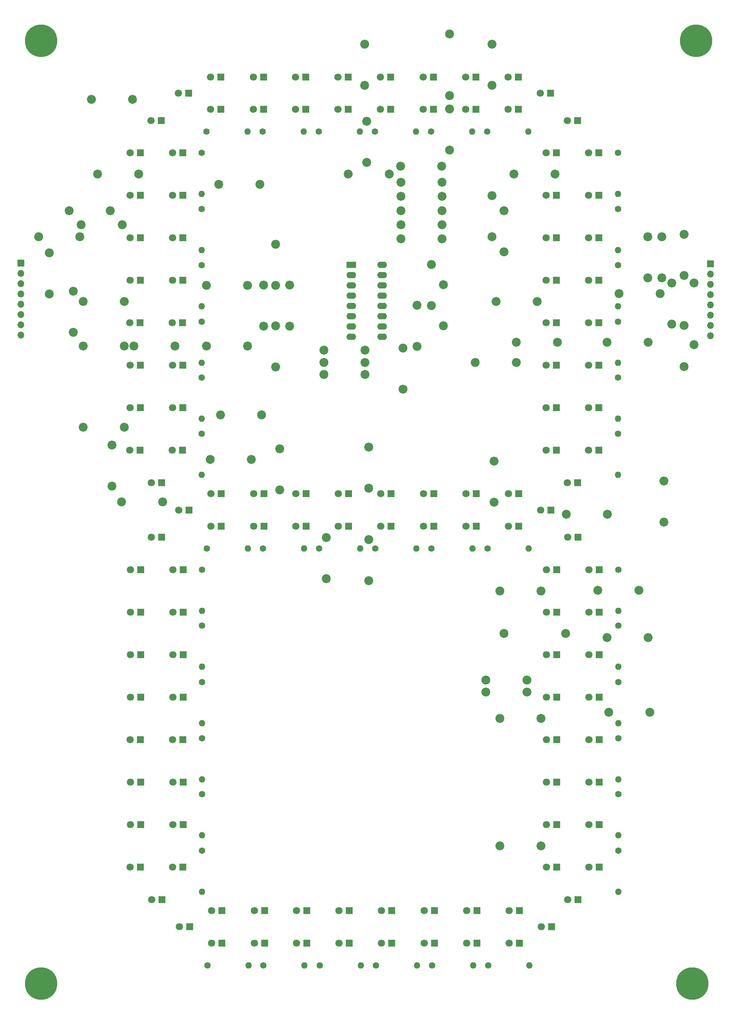
<source format=gts>
%TF.GenerationSoftware,KiCad,Pcbnew,(6.0.6)*%
%TF.CreationDate,2022-09-29T15:29:04+08:00*%
%TF.ProjectId,7SegmentDisplay_DualLine_8Inches,37536567-6d65-46e7-9444-6973706c6179,rev?*%
%TF.SameCoordinates,Original*%
%TF.FileFunction,Soldermask,Top*%
%TF.FilePolarity,Negative*%
%FSLAX46Y46*%
G04 Gerber Fmt 4.6, Leading zero omitted, Abs format (unit mm)*
G04 Created by KiCad (PCBNEW (6.0.6)) date 2022-09-29 15:29:04*
%MOMM*%
%LPD*%
G01*
G04 APERTURE LIST*
%ADD10C,0.900000*%
%ADD11C,8.000000*%
%ADD12R,1.800000X1.800000*%
%ADD13C,1.800000*%
%ADD14C,2.200000*%
%ADD15O,2.200000X2.200000*%
%ADD16C,1.600000*%
%ADD17O,1.600000X1.600000*%
%ADD18R,1.700000X1.700000*%
%ADD19O,1.700000X1.700000*%
%ADD20R,2.400000X1.600000*%
%ADD21O,2.400000X1.600000*%
G04 APERTURE END LIST*
D10*
%TO.C,REF\u002A\u002A*%
X402000000Y-21000000D03*
X396000000Y-21000000D03*
X396878680Y-23121320D03*
D11*
X399000000Y-21000000D03*
D10*
X396878680Y-18878680D03*
X399000000Y-18000000D03*
X401121320Y-23121320D03*
X401121320Y-18878680D03*
X399000000Y-24000000D03*
%TD*%
%TO.C,REF\u002A\u002A*%
X402000000Y-254000000D03*
X396000000Y-254000000D03*
X396878680Y-256121320D03*
D11*
X399000000Y-254000000D03*
D10*
X396878680Y-251878680D03*
X399000000Y-251000000D03*
X401121320Y-256121320D03*
X401121320Y-251878680D03*
X399000000Y-257000000D03*
%TD*%
%TO.C,REF\u002A\u002A*%
X563000000Y-254000000D03*
X557000000Y-254000000D03*
X557878680Y-256121320D03*
D11*
X560000000Y-254000000D03*
D10*
X557878680Y-251878680D03*
X560000000Y-251000000D03*
X562121320Y-256121320D03*
X562121320Y-251878680D03*
X560000000Y-257000000D03*
%TD*%
%TO.C,REF\u002A\u002A*%
X558000000Y-21000000D03*
X563121320Y-18878680D03*
X561000000Y-24000000D03*
X563121320Y-23121320D03*
X558878680Y-23121320D03*
X558878680Y-18878680D03*
X561000000Y-18000000D03*
D11*
X561000000Y-21000000D03*
D10*
X564000000Y-21000000D03*
%TD*%
D12*
%TO.C,REF\u002A\u002A*%
X526515000Y-162250000D03*
D13*
X523975000Y-162250000D03*
%TD*%
D12*
%TO.C,REF\u002A\u002A*%
X464555000Y-141000000D03*
D13*
X462015000Y-141000000D03*
%TD*%
D12*
%TO.C,REF\u002A\u002A*%
X526485000Y-225250000D03*
D13*
X523945000Y-225250000D03*
%TD*%
D12*
%TO.C,REF\u002A\u002A*%
X423605000Y-172750000D03*
D13*
X421065000Y-172750000D03*
%TD*%
D12*
%TO.C,REF\u002A\u002A*%
X435580000Y-137000000D03*
D13*
X433040000Y-137000000D03*
%TD*%
D14*
%TO.C,REF\u002A\u002A*%
X511500000Y-85500000D03*
D15*
X521660000Y-85500000D03*
%TD*%
D12*
%TO.C,REF\u002A\u002A*%
X454095000Y-133000000D03*
D13*
X451555000Y-133000000D03*
%TD*%
D14*
%TO.C,REF\u002A\u002A*%
X488000000Y-70000000D03*
D15*
X498160000Y-70000000D03*
%TD*%
D14*
%TO.C,REF\u002A\u002A*%
X538920000Y-168500000D03*
D15*
X549080000Y-168500000D03*
%TD*%
D16*
%TO.C,REF\u002A\u002A*%
X541645000Y-76500000D03*
D17*
X541645000Y-86660000D03*
%TD*%
D12*
%TO.C,REF\u002A\u002A*%
X525055000Y-137000000D03*
D13*
X522515000Y-137000000D03*
%TD*%
D16*
%TO.C,REF\u002A\u002A*%
X481670000Y-146500000D03*
D17*
X491830000Y-146500000D03*
%TD*%
D16*
%TO.C,REF\u002A\u002A*%
X467670000Y-43500000D03*
D17*
X477830000Y-43500000D03*
%TD*%
D12*
%TO.C,REF\u002A\u002A*%
X496257500Y-236007500D03*
D13*
X493717500Y-236007500D03*
%TD*%
D16*
%TO.C,REF\u002A\u002A*%
X541725000Y-179500000D03*
D17*
X541725000Y-189660000D03*
%TD*%
D16*
%TO.C,REF\u002A\u002A*%
X440162500Y-249507500D03*
D17*
X450322500Y-249507500D03*
%TD*%
D16*
%TO.C,REF\u002A\u002A*%
X438750000Y-48750000D03*
D17*
X438750000Y-58910000D03*
%TD*%
D12*
%TO.C,REF\u002A\u002A*%
X423525000Y-101250000D03*
D13*
X420985000Y-101250000D03*
%TD*%
D12*
%TO.C,REF\u002A\u002A*%
X434105000Y-151750000D03*
D13*
X431565000Y-151750000D03*
%TD*%
D14*
%TO.C,REF\u002A\u002A*%
X418920000Y-135000000D03*
D15*
X429080000Y-135000000D03*
%TD*%
D16*
%TO.C,REF\u002A\u002A*%
X438830000Y-165580000D03*
D17*
X438830000Y-175740000D03*
%TD*%
D16*
%TO.C,REF\u002A\u002A*%
X509340000Y-43500000D03*
D17*
X519500000Y-43500000D03*
%TD*%
D14*
%TO.C,REF\u002A\u002A*%
X513500000Y-167500000D03*
D15*
X528740000Y-167500000D03*
%TD*%
D14*
%TO.C,REF\u002A\u002A*%
X408920000Y-66500000D03*
D15*
X419080000Y-66500000D03*
%TD*%
D16*
%TO.C,REF\u002A\u002A*%
X453830000Y-146500000D03*
D17*
X463990000Y-146500000D03*
%TD*%
D12*
%TO.C,REF\u002A\u002A*%
X485555000Y-133000000D03*
D13*
X483015000Y-133000000D03*
%TD*%
D12*
%TO.C,REF\u002A\u002A*%
X423525000Y-80250000D03*
D13*
X420985000Y-80250000D03*
%TD*%
D12*
%TO.C,REF\u002A\u002A*%
X423605000Y-204250000D03*
D13*
X421065000Y-204250000D03*
%TD*%
D12*
%TO.C,REF\u002A\u002A*%
X526405000Y-90750000D03*
D13*
X523865000Y-90750000D03*
%TD*%
D12*
%TO.C,REF\u002A\u002A*%
X454015000Y-30000000D03*
D13*
X451475000Y-30000000D03*
%TD*%
D16*
%TO.C,REF\u002A\u002A*%
X438750000Y-118170000D03*
D17*
X438750000Y-128330000D03*
%TD*%
D16*
%TO.C,REF\u002A\u002A*%
X541725000Y-193420000D03*
D17*
X541725000Y-203580000D03*
%TD*%
D18*
%TO.C,REF\u002A\u002A*%
X394000000Y-76000000D03*
D19*
X394000000Y-78540000D03*
X394000000Y-81080000D03*
X394000000Y-83620000D03*
X394000000Y-86160000D03*
X394000000Y-88700000D03*
X394000000Y-91240000D03*
X394000000Y-93780000D03*
%TD*%
D12*
%TO.C,REF\u002A\u002A*%
X434105000Y-204250000D03*
D13*
X431565000Y-204250000D03*
%TD*%
D12*
%TO.C,REF\u002A\u002A*%
X506757500Y-236007500D03*
D13*
X504217500Y-236007500D03*
%TD*%
D14*
%TO.C,REF\u002A\u002A*%
X510500000Y-69500000D03*
D15*
X510500000Y-59340000D03*
%TD*%
D12*
%TO.C,REF\u002A\u002A*%
X434090000Y-193750000D03*
D13*
X431550000Y-193750000D03*
%TD*%
D12*
%TO.C,REF\u002A\u002A*%
X443717500Y-236007500D03*
D13*
X441177500Y-236007500D03*
%TD*%
D12*
%TO.C,REF\u002A\u002A*%
X536985000Y-225250000D03*
D13*
X534445000Y-225250000D03*
%TD*%
D14*
%TO.C,REF\u002A\u002A*%
X409420000Y-116500000D03*
D15*
X419580000Y-116500000D03*
%TD*%
D14*
%TO.C,REF\u002A\u002A*%
X511000000Y-135080000D03*
D15*
X511000000Y-124920000D03*
%TD*%
D14*
%TO.C,REF\u002A\u002A*%
X453500000Y-113500000D03*
D15*
X443340000Y-113500000D03*
%TD*%
D14*
%TO.C,REF\u002A\u002A*%
X552500000Y-79580000D03*
D15*
X552500000Y-69420000D03*
%TD*%
D12*
%TO.C,REF\u002A\u002A*%
X423510000Y-90750000D03*
D13*
X420970000Y-90750000D03*
%TD*%
D12*
%TO.C,REF\u002A\u002A*%
X536920000Y-101250000D03*
D13*
X534380000Y-101250000D03*
%TD*%
D12*
%TO.C,REF\u002A\u002A*%
X475055000Y-141000000D03*
D13*
X472515000Y-141000000D03*
%TD*%
D12*
%TO.C,REF\u002A\u002A*%
X428775000Y-130250000D03*
D13*
X426235000Y-130250000D03*
%TD*%
D12*
%TO.C,REF\u002A\u002A*%
X526485000Y-193750000D03*
D13*
X523945000Y-193750000D03*
%TD*%
D14*
%TO.C,REF\u002A\u002A*%
X457000000Y-71340000D03*
D15*
X457000000Y-81500000D03*
%TD*%
D12*
%TO.C,REF\u002A\u002A*%
X526500000Y-183250000D03*
D13*
X523960000Y-183250000D03*
%TD*%
D12*
%TO.C,REF\u002A\u002A*%
X464717500Y-236007500D03*
D13*
X462177500Y-236007500D03*
%TD*%
D14*
%TO.C,REF\u002A\u002A*%
X416500000Y-131080000D03*
D15*
X416500000Y-120920000D03*
%TD*%
D14*
%TO.C,REF\u002A\u002A*%
X555000000Y-91080000D03*
D15*
X555000000Y-80920000D03*
%TD*%
D14*
%TO.C,REF\u002A\u002A*%
X421580000Y-35500000D03*
D15*
X411420000Y-35500000D03*
%TD*%
D12*
%TO.C,REF\u002A\u002A*%
X434010000Y-90750000D03*
D13*
X431470000Y-90750000D03*
%TD*%
D14*
%TO.C,REF\u002A\u002A*%
X498160000Y-56000000D03*
D15*
X488000000Y-56000000D03*
%TD*%
D12*
%TO.C,REF\u002A\u002A*%
X434105000Y-172750000D03*
D13*
X431565000Y-172750000D03*
%TD*%
D12*
%TO.C,REF\u002A\u002A*%
X526420000Y-111750000D03*
D13*
X523880000Y-111750000D03*
%TD*%
D12*
%TO.C,REF\u002A\u002A*%
X423525000Y-48750000D03*
D13*
X420985000Y-48750000D03*
%TD*%
D14*
%TO.C,REF\u002A\u002A*%
X488000000Y-66500000D03*
D15*
X498160000Y-66500000D03*
%TD*%
D12*
%TO.C,REF\u002A\u002A*%
X423525000Y-69750000D03*
D13*
X420985000Y-69750000D03*
%TD*%
D16*
%TO.C,REF\u002A\u002A*%
X438830000Y-179500000D03*
D17*
X438830000Y-189660000D03*
%TD*%
D14*
%TO.C,REF\u002A\u002A*%
X454000000Y-81420000D03*
D15*
X454000000Y-91580000D03*
%TD*%
D12*
%TO.C,REF\u002A\u002A*%
X428750000Y-40750000D03*
D13*
X426210000Y-40750000D03*
%TD*%
D16*
%TO.C,REF\u002A\u002A*%
X439920000Y-43500000D03*
D17*
X450080000Y-43500000D03*
%TD*%
D12*
%TO.C,REF\u002A\u002A*%
X536935000Y-59250000D03*
D13*
X534395000Y-59250000D03*
%TD*%
D14*
%TO.C,REF\u002A\u002A*%
X468920000Y-103500000D03*
D15*
X479080000Y-103500000D03*
%TD*%
D16*
%TO.C,REF\u002A\u002A*%
X541645000Y-62580000D03*
D17*
X541645000Y-72740000D03*
%TD*%
D14*
%TO.C,REF\u002A\u002A*%
X510500000Y-32080000D03*
D15*
X510500000Y-21920000D03*
%TD*%
D14*
%TO.C,REF\u002A\u002A*%
X480000000Y-154500000D03*
D15*
X480000000Y-144340000D03*
%TD*%
D12*
%TO.C,REF\u002A\u002A*%
X443555000Y-141000000D03*
D13*
X441015000Y-141000000D03*
%TD*%
D12*
%TO.C,REF\u002A\u002A*%
X496015000Y-38000000D03*
D13*
X493475000Y-38000000D03*
%TD*%
D12*
%TO.C,REF\u002A\u002A*%
X531670000Y-130250000D03*
D13*
X529130000Y-130250000D03*
%TD*%
D16*
%TO.C,REF\u002A\u002A*%
X438750000Y-90420000D03*
D17*
X438750000Y-100580000D03*
%TD*%
D12*
%TO.C,REF\u002A\u002A*%
X517095000Y-133000000D03*
D13*
X514555000Y-133000000D03*
%TD*%
D12*
%TO.C,REF\u002A\u002A*%
X443555000Y-133000000D03*
D13*
X441015000Y-133000000D03*
%TD*%
D16*
%TO.C,REF\u002A\u002A*%
X467912500Y-249507500D03*
D17*
X478072500Y-249507500D03*
%TD*%
D12*
%TO.C,REF\u002A\u002A*%
X526500000Y-204250000D03*
D13*
X523960000Y-204250000D03*
%TD*%
D12*
%TO.C,REF\u002A\u002A*%
X434025000Y-111750000D03*
D13*
X431485000Y-111750000D03*
%TD*%
D12*
%TO.C,REF\u002A\u002A*%
X434090000Y-225250000D03*
D13*
X431550000Y-225250000D03*
%TD*%
D12*
%TO.C,REF\u002A\u002A*%
X475217500Y-244007500D03*
D13*
X472677500Y-244007500D03*
%TD*%
D12*
%TO.C,REF\u002A\u002A*%
X537000000Y-183250000D03*
D13*
X534460000Y-183250000D03*
%TD*%
D12*
%TO.C,REF\u002A\u002A*%
X423510000Y-122250000D03*
D13*
X420970000Y-122250000D03*
%TD*%
D12*
%TO.C,REF\u002A\u002A*%
X526420000Y-80250000D03*
D13*
X523880000Y-80250000D03*
%TD*%
D14*
%TO.C,REF\u002A\u002A*%
X553000000Y-140000000D03*
D15*
X553000000Y-129840000D03*
%TD*%
D12*
%TO.C,REF\u002A\u002A*%
X434105000Y-214750000D03*
D13*
X431565000Y-214750000D03*
%TD*%
D14*
%TO.C,REF\u002A\u002A*%
X458000000Y-132000000D03*
D15*
X458000000Y-121840000D03*
%TD*%
D12*
%TO.C,REF\u002A\u002A*%
X526420000Y-101250000D03*
D13*
X523880000Y-101250000D03*
%TD*%
D14*
%TO.C,REF\u002A\u002A*%
X492000000Y-86420000D03*
D15*
X492000000Y-96580000D03*
%TD*%
D12*
%TO.C,REF\u002A\u002A*%
X423540000Y-59250000D03*
D13*
X421000000Y-59250000D03*
%TD*%
D12*
%TO.C,REF\u002A\u002A*%
X475217500Y-236007500D03*
D13*
X472677500Y-236007500D03*
%TD*%
D12*
%TO.C,REF\u002A\u002A*%
X526500000Y-214750000D03*
D13*
X523960000Y-214750000D03*
%TD*%
D14*
%TO.C,REF\u002A\u002A*%
X460500000Y-91580000D03*
D15*
X460500000Y-81420000D03*
%TD*%
D12*
%TO.C,REF\u002A\u002A*%
X434010000Y-122250000D03*
D13*
X431470000Y-122250000D03*
%TD*%
D16*
%TO.C,REF\u002A\u002A*%
X438750000Y-104250000D03*
D17*
X438750000Y-114410000D03*
%TD*%
D16*
%TO.C,REF\u002A\u002A*%
X495500000Y-146500000D03*
D17*
X505660000Y-146500000D03*
%TD*%
D14*
%TO.C,REF\u002A\u002A*%
X512420000Y-220000000D03*
D15*
X522580000Y-220000000D03*
%TD*%
D12*
%TO.C,REF\u002A\u002A*%
X428855000Y-233250000D03*
D13*
X426315000Y-233250000D03*
%TD*%
D12*
%TO.C,REF\u002A\u002A*%
X443717500Y-244007500D03*
D13*
X441177500Y-244007500D03*
%TD*%
D12*
%TO.C,REF\u002A\u002A*%
X423590000Y-193750000D03*
D13*
X421050000Y-193750000D03*
%TD*%
D18*
%TO.C,REF\u002A\u002A*%
X564500000Y-76125000D03*
D19*
X564500000Y-78665000D03*
X564500000Y-81205000D03*
X564500000Y-83745000D03*
X564500000Y-86285000D03*
X564500000Y-88825000D03*
X564500000Y-91365000D03*
X564500000Y-93905000D03*
%TD*%
D14*
%TO.C,REF\u002A\u002A*%
X488000000Y-63000000D03*
D15*
X498160000Y-63000000D03*
%TD*%
D16*
%TO.C,REF\u002A\u002A*%
X481590000Y-43500000D03*
D17*
X491750000Y-43500000D03*
%TD*%
D14*
%TO.C,REF\u002A\u002A*%
X558000000Y-101580000D03*
D15*
X558000000Y-91420000D03*
%TD*%
D14*
%TO.C,REF\u002A\u002A*%
X401000000Y-83580000D03*
D15*
X401000000Y-73420000D03*
%TD*%
D12*
%TO.C,REF\u002A\u002A*%
X423605000Y-151750000D03*
D13*
X421065000Y-151750000D03*
%TD*%
D14*
%TO.C,REF\u002A\u002A*%
X469500000Y-154000000D03*
D15*
X469500000Y-143840000D03*
%TD*%
D14*
%TO.C,REF\u002A\u002A*%
X485080000Y-54000000D03*
D15*
X474920000Y-54000000D03*
%TD*%
D12*
%TO.C,REF\u002A\u002A*%
X526420000Y-69750000D03*
D13*
X523880000Y-69750000D03*
%TD*%
D12*
%TO.C,REF\u002A\u002A*%
X496095000Y-133000000D03*
D13*
X493555000Y-133000000D03*
%TD*%
D12*
%TO.C,REF\u002A\u002A*%
X423620000Y-162250000D03*
D13*
X421080000Y-162250000D03*
%TD*%
D12*
%TO.C,REF\u002A\u002A*%
X496015000Y-30000000D03*
D13*
X493475000Y-30000000D03*
%TD*%
D14*
%TO.C,REF\u002A\u002A*%
X500000000Y-48080000D03*
D15*
X500000000Y-37920000D03*
%TD*%
D16*
%TO.C,REF\u002A\u002A*%
X438830000Y-151750000D03*
D17*
X438830000Y-161910000D03*
%TD*%
D16*
%TO.C,REF\u002A\u002A*%
X438830000Y-207250000D03*
D17*
X438830000Y-217410000D03*
%TD*%
D12*
%TO.C,REF\u002A\u002A*%
X506595000Y-133000000D03*
D13*
X504055000Y-133000000D03*
%TD*%
D12*
%TO.C,REF\u002A\u002A*%
X475055000Y-133000000D03*
D13*
X472515000Y-133000000D03*
%TD*%
D14*
%TO.C,REF\u002A\u002A*%
X541920000Y-83500000D03*
D15*
X552080000Y-83500000D03*
%TD*%
D12*
%TO.C,REF\u002A\u002A*%
X506595000Y-141000000D03*
D13*
X504055000Y-141000000D03*
%TD*%
D14*
%TO.C,REF\u002A\u002A*%
X549000000Y-79580000D03*
D15*
X549000000Y-69420000D03*
%TD*%
D16*
%TO.C,REF\u002A\u002A*%
X438830000Y-221170000D03*
D17*
X438830000Y-231330000D03*
%TD*%
D12*
%TO.C,REF\u002A\u002A*%
X536920000Y-111750000D03*
D13*
X534380000Y-111750000D03*
%TD*%
D16*
%TO.C,REF\u002A\u002A*%
X438830000Y-193420000D03*
D17*
X438830000Y-203580000D03*
%TD*%
D12*
%TO.C,REF\u002A\u002A*%
X517257500Y-236007500D03*
D13*
X514717500Y-236007500D03*
%TD*%
D12*
%TO.C,REF\u002A\u002A*%
X517015000Y-38000000D03*
D13*
X514475000Y-38000000D03*
%TD*%
D12*
%TO.C,REF\u002A\u002A*%
X496257500Y-244007500D03*
D13*
X493717500Y-244007500D03*
%TD*%
D14*
%TO.C,REF\u002A\u002A*%
X442920000Y-56500000D03*
D15*
X453080000Y-56500000D03*
%TD*%
D16*
%TO.C,REF\u002A\u002A*%
X541645000Y-90420000D03*
D17*
X541645000Y-100580000D03*
%TD*%
D12*
%TO.C,REF\u002A\u002A*%
X531725000Y-143750000D03*
D13*
X529185000Y-143750000D03*
%TD*%
D16*
%TO.C,REF\u002A\u002A*%
X453750000Y-43500000D03*
D17*
X463910000Y-43500000D03*
%TD*%
D14*
%TO.C,REF\u002A\u002A*%
X398420000Y-69500000D03*
D15*
X408580000Y-69500000D03*
%TD*%
D16*
%TO.C,REF\u002A\u002A*%
X541725000Y-151750000D03*
D17*
X541725000Y-161910000D03*
%TD*%
D14*
%TO.C,REF\u002A\u002A*%
X516500000Y-95500000D03*
D15*
X526660000Y-95500000D03*
%TD*%
D14*
%TO.C,REF\u002A\u002A*%
X479080000Y-100500000D03*
D15*
X468920000Y-100500000D03*
%TD*%
D12*
%TO.C,REF\u002A\u002A*%
X423605000Y-214750000D03*
D13*
X421065000Y-214750000D03*
%TD*%
D12*
%TO.C,REF\u002A\u002A*%
X506757500Y-244007500D03*
D13*
X504217500Y-244007500D03*
%TD*%
D16*
%TO.C,REF\u002A\u002A*%
X541725000Y-221170000D03*
D17*
X541725000Y-231330000D03*
%TD*%
D14*
%TO.C,REF\u002A\u002A*%
X498080000Y-52000000D03*
D15*
X487920000Y-52000000D03*
%TD*%
D12*
%TO.C,REF\u002A\u002A*%
X537015000Y-162250000D03*
D13*
X534475000Y-162250000D03*
%TD*%
D16*
%TO.C,REF\u002A\u002A*%
X509420000Y-146500000D03*
D17*
X519580000Y-146500000D03*
%TD*%
D12*
%TO.C,REF\u002A\u002A*%
X464475000Y-38000000D03*
D13*
X461935000Y-38000000D03*
%TD*%
D12*
%TO.C,REF\u002A\u002A*%
X454257500Y-236007500D03*
D13*
X451717500Y-236007500D03*
%TD*%
D12*
%TO.C,REF\u002A\u002A*%
X434025000Y-80250000D03*
D13*
X431485000Y-80250000D03*
%TD*%
D12*
%TO.C,REF\u002A\u002A*%
X434025000Y-69750000D03*
D13*
X431485000Y-69750000D03*
%TD*%
D14*
%TO.C,REF\u002A\u002A*%
X440840000Y-124500000D03*
D15*
X451000000Y-124500000D03*
%TD*%
D14*
%TO.C,REF\u002A\u002A*%
X509000000Y-182000000D03*
D15*
X519160000Y-182000000D03*
%TD*%
D14*
%TO.C,REF\u002A\u002A*%
X480000000Y-131580000D03*
D15*
X480000000Y-121420000D03*
%TD*%
D14*
%TO.C,REF\u002A\u002A*%
X528920000Y-138000000D03*
D15*
X539080000Y-138000000D03*
%TD*%
D12*
%TO.C,REF\u002A\u002A*%
X525217500Y-240007500D03*
D13*
X522677500Y-240007500D03*
%TD*%
D20*
%TO.C,REF\u002A\u002A*%
X475675000Y-76375000D03*
D21*
X475675000Y-78915000D03*
X475675000Y-81455000D03*
X475675000Y-83995000D03*
X475675000Y-86535000D03*
X475675000Y-89075000D03*
X475675000Y-91615000D03*
X475675000Y-94155000D03*
X483295000Y-94155000D03*
X483295000Y-91615000D03*
X483295000Y-89075000D03*
X483295000Y-86535000D03*
X483295000Y-83995000D03*
X483295000Y-81455000D03*
X483295000Y-78915000D03*
X483295000Y-76375000D03*
%TD*%
D16*
%TO.C,REF\u002A\u002A*%
X453992500Y-249507500D03*
D17*
X464152500Y-249507500D03*
%TD*%
D12*
%TO.C,REF\u002A\u002A*%
X506515000Y-30000000D03*
D13*
X503975000Y-30000000D03*
%TD*%
D12*
%TO.C,REF\u002A\u002A*%
X485475000Y-30000000D03*
D13*
X482935000Y-30000000D03*
%TD*%
D16*
%TO.C,REF\u002A\u002A*%
X541645000Y-48750000D03*
D17*
X541645000Y-58910000D03*
%TD*%
D12*
%TO.C,REF\u002A\u002A*%
X474975000Y-38000000D03*
D13*
X472435000Y-38000000D03*
%TD*%
D12*
%TO.C,REF\u002A\u002A*%
X464555000Y-133000000D03*
D13*
X462015000Y-133000000D03*
%TD*%
D12*
%TO.C,REF\u002A\u002A*%
X524975000Y-34000000D03*
D13*
X522435000Y-34000000D03*
%TD*%
D16*
%TO.C,REF\u002A\u002A*%
X541645000Y-118170000D03*
D17*
X541645000Y-128330000D03*
%TD*%
D12*
%TO.C,REF\u002A\u002A*%
X536920000Y-48750000D03*
D13*
X534380000Y-48750000D03*
%TD*%
D12*
%TO.C,REF\u002A\u002A*%
X526420000Y-48750000D03*
D13*
X523880000Y-48750000D03*
%TD*%
D12*
%TO.C,REF\u002A\u002A*%
X434025000Y-101250000D03*
D13*
X431485000Y-101250000D03*
%TD*%
D12*
%TO.C,REF\u002A\u002A*%
X496095000Y-141000000D03*
D13*
X493555000Y-141000000D03*
%TD*%
D14*
%TO.C,REF\u002A\u002A*%
X500000000Y-34620000D03*
D15*
X500000000Y-19380000D03*
%TD*%
D12*
%TO.C,REF\u002A\u002A*%
X464475000Y-30000000D03*
D13*
X461935000Y-30000000D03*
%TD*%
D14*
%TO.C,REF\u002A\u002A*%
X515920000Y-54000000D03*
D15*
X526080000Y-54000000D03*
%TD*%
D14*
%TO.C,REF\u002A\u002A*%
X450080000Y-96500000D03*
D15*
X439920000Y-96500000D03*
%TD*%
D14*
%TO.C,REF\u002A\u002A*%
X558000000Y-79000000D03*
D15*
X558000000Y-68840000D03*
%TD*%
D16*
%TO.C,REF\u002A\u002A*%
X509582500Y-249507500D03*
D17*
X519742500Y-249507500D03*
%TD*%
D14*
%TO.C,REF\u002A\u002A*%
X488500000Y-97000000D03*
D15*
X488500000Y-107160000D03*
%TD*%
D16*
%TO.C,REF\u002A\u002A*%
X541725000Y-207250000D03*
D17*
X541725000Y-217410000D03*
%TD*%
D12*
%TO.C,REF\u002A\u002A*%
X434025000Y-48750000D03*
D13*
X431485000Y-48750000D03*
%TD*%
D12*
%TO.C,REF\u002A\u002A*%
X536985000Y-193750000D03*
D13*
X534445000Y-193750000D03*
%TD*%
D14*
%TO.C,REF\u002A\u002A*%
X513500000Y-73160000D03*
D15*
X513500000Y-63000000D03*
%TD*%
D16*
%TO.C,REF\u002A\u002A*%
X440000000Y-146500000D03*
D17*
X450160000Y-146500000D03*
%TD*%
D12*
%TO.C,REF\u002A\u002A*%
X423525000Y-111750000D03*
D13*
X420985000Y-111750000D03*
%TD*%
D16*
%TO.C,REF\u002A\u002A*%
X467750000Y-146500000D03*
D17*
X477910000Y-146500000D03*
%TD*%
D14*
%TO.C,REF\u002A\u002A*%
X432080000Y-96500000D03*
D15*
X421920000Y-96500000D03*
%TD*%
D12*
%TO.C,REF\u002A\u002A*%
X454095000Y-141000000D03*
D13*
X451555000Y-141000000D03*
%TD*%
D12*
%TO.C,REF\u002A\u002A*%
X485717500Y-236007500D03*
D13*
X483177500Y-236007500D03*
%TD*%
D12*
%TO.C,REF\u002A\u002A*%
X531645000Y-40750000D03*
D13*
X529105000Y-40750000D03*
%TD*%
D12*
%TO.C,REF\u002A\u002A*%
X536905000Y-122250000D03*
D13*
X534365000Y-122250000D03*
%TD*%
D12*
%TO.C,REF\u002A\u002A*%
X517257500Y-244007500D03*
D13*
X514717500Y-244007500D03*
%TD*%
D16*
%TO.C,REF\u002A\u002A*%
X541725000Y-165580000D03*
D17*
X541725000Y-175740000D03*
%TD*%
D12*
%TO.C,REF\u002A\u002A*%
X537000000Y-172750000D03*
D13*
X534460000Y-172750000D03*
%TD*%
D12*
%TO.C,REF\u002A\u002A*%
X423590000Y-225250000D03*
D13*
X421050000Y-225250000D03*
%TD*%
D12*
%TO.C,REF\u002A\u002A*%
X464717500Y-244007500D03*
D13*
X462177500Y-244007500D03*
%TD*%
D12*
%TO.C,REF\u002A\u002A*%
X434120000Y-162250000D03*
D13*
X431580000Y-162250000D03*
%TD*%
D14*
%TO.C,REF\u002A\u002A*%
X479500000Y-51080000D03*
D15*
X479500000Y-40920000D03*
%TD*%
D12*
%TO.C,REF\u002A\u002A*%
X536920000Y-69750000D03*
D13*
X534380000Y-69750000D03*
%TD*%
D12*
%TO.C,REF\u002A\u002A*%
X454257500Y-244007500D03*
D13*
X451717500Y-244007500D03*
%TD*%
D16*
%TO.C,REF\u002A\u002A*%
X495662500Y-249507500D03*
D17*
X505822500Y-249507500D03*
%TD*%
D12*
%TO.C,REF\u002A\u002A*%
X485555000Y-141000000D03*
D13*
X483015000Y-141000000D03*
%TD*%
D12*
%TO.C,REF\u002A\u002A*%
X443475000Y-30000000D03*
D13*
X440935000Y-30000000D03*
%TD*%
D14*
%TO.C,REF\u002A\u002A*%
X468920000Y-97500000D03*
D15*
X479080000Y-97500000D03*
%TD*%
D14*
%TO.C,REF\u002A\u002A*%
X512420000Y-157000000D03*
D15*
X522580000Y-157000000D03*
%TD*%
D12*
%TO.C,REF\u002A\u002A*%
X536920000Y-80250000D03*
D13*
X534380000Y-80250000D03*
%TD*%
D12*
%TO.C,REF\u002A\u002A*%
X434105000Y-183250000D03*
D13*
X431565000Y-183250000D03*
%TD*%
D12*
%TO.C,REF\u002A\u002A*%
X423605000Y-183250000D03*
D13*
X421065000Y-183250000D03*
%TD*%
D12*
%TO.C,REF\u002A\u002A*%
X435500000Y-34000000D03*
D13*
X432960000Y-34000000D03*
%TD*%
D12*
%TO.C,REF\u002A\u002A*%
X485475000Y-38000000D03*
D13*
X482935000Y-38000000D03*
%TD*%
D12*
%TO.C,REF\u002A\u002A*%
X526405000Y-122250000D03*
D13*
X523865000Y-122250000D03*
%TD*%
D14*
%TO.C,REF\u002A\u002A*%
X539000000Y-95500000D03*
D15*
X549160000Y-95500000D03*
%TD*%
D12*
%TO.C,REF\u002A\u002A*%
X536905000Y-90750000D03*
D13*
X534365000Y-90750000D03*
%TD*%
D12*
%TO.C,REF\u002A\u002A*%
X454015000Y-38000000D03*
D13*
X451475000Y-38000000D03*
%TD*%
D14*
%TO.C,REF\u002A\u002A*%
X509000000Y-179000000D03*
D15*
X519160000Y-179000000D03*
%TD*%
D12*
%TO.C,REF\u002A\u002A*%
X517015000Y-30000000D03*
D13*
X514475000Y-30000000D03*
%TD*%
D14*
%TO.C,REF\u002A\u002A*%
X413000000Y-54000000D03*
D15*
X423160000Y-54000000D03*
%TD*%
D14*
%TO.C,REF\u002A\u002A*%
X439920000Y-81500000D03*
D15*
X450080000Y-81500000D03*
%TD*%
D14*
%TO.C,REF\u002A\u002A*%
X498500000Y-91500000D03*
D15*
X498500000Y-81340000D03*
%TD*%
D12*
%TO.C,REF\u002A\u002A*%
X526500000Y-151750000D03*
D13*
X523960000Y-151750000D03*
%TD*%
D14*
%TO.C,REF\u002A\u002A*%
X419580000Y-96500000D03*
D15*
X409420000Y-96500000D03*
%TD*%
D14*
%TO.C,REF\u002A\u002A*%
X539420000Y-187000000D03*
D15*
X549580000Y-187000000D03*
%TD*%
D12*
%TO.C,REF\u002A\u002A*%
X537000000Y-214750000D03*
D13*
X534460000Y-214750000D03*
%TD*%
D14*
%TO.C,REF\u002A\u002A*%
X512420000Y-188500000D03*
D15*
X522580000Y-188500000D03*
%TD*%
D16*
%TO.C,REF\u002A\u002A*%
X438750000Y-76500000D03*
D17*
X438750000Y-86660000D03*
%TD*%
D14*
%TO.C,REF\u002A\u002A*%
X536645000Y-156830000D03*
D15*
X546805000Y-156830000D03*
%TD*%
D12*
%TO.C,REF\u002A\u002A*%
X443475000Y-38000000D03*
D13*
X440935000Y-38000000D03*
%TD*%
D14*
%TO.C,REF\u002A\u002A*%
X407000000Y-93080000D03*
D15*
X407000000Y-82920000D03*
%TD*%
D12*
%TO.C,REF\u002A\u002A*%
X526435000Y-59250000D03*
D13*
X523895000Y-59250000D03*
%TD*%
D14*
%TO.C,REF\u002A\u002A*%
X479000000Y-32080000D03*
D15*
X479000000Y-21920000D03*
%TD*%
D12*
%TO.C,REF\u002A\u002A*%
X526500000Y-172750000D03*
D13*
X523960000Y-172750000D03*
%TD*%
D14*
%TO.C,REF\u002A\u002A*%
X488000000Y-59500000D03*
D15*
X498160000Y-59500000D03*
%TD*%
D12*
%TO.C,REF\u002A\u002A*%
X435742500Y-240007500D03*
D13*
X433202500Y-240007500D03*
%TD*%
D12*
%TO.C,REF\u002A\u002A*%
X506515000Y-38000000D03*
D13*
X503975000Y-38000000D03*
%TD*%
D12*
%TO.C,REF\u002A\u002A*%
X537000000Y-151750000D03*
D13*
X534460000Y-151750000D03*
%TD*%
D12*
%TO.C,REF\u002A\u002A*%
X434040000Y-59250000D03*
D13*
X431500000Y-59250000D03*
%TD*%
D14*
%TO.C,REF\u002A\u002A*%
X506340000Y-100500000D03*
D15*
X516500000Y-100500000D03*
%TD*%
D14*
%TO.C,REF\u002A\u002A*%
X405920000Y-63000000D03*
D15*
X416080000Y-63000000D03*
%TD*%
D14*
%TO.C,REF\u002A\u002A*%
X409420000Y-85500000D03*
D15*
X419580000Y-85500000D03*
%TD*%
D12*
%TO.C,REF\u002A\u002A*%
X428830000Y-143750000D03*
D13*
X426290000Y-143750000D03*
%TD*%
D12*
%TO.C,REF\u002A\u002A*%
X531750000Y-233250000D03*
D13*
X529210000Y-233250000D03*
%TD*%
D14*
%TO.C,REF\u002A\u002A*%
X560500000Y-96120000D03*
D15*
X560500000Y-80880000D03*
%TD*%
D16*
%TO.C,REF\u002A\u002A*%
X541645000Y-104250000D03*
D17*
X541645000Y-114410000D03*
%TD*%
D14*
%TO.C,REF\u002A\u002A*%
X457000000Y-91500000D03*
D15*
X457000000Y-101660000D03*
%TD*%
D16*
%TO.C,REF\u002A\u002A*%
X495420000Y-43500000D03*
D17*
X505580000Y-43500000D03*
%TD*%
D12*
%TO.C,REF\u002A\u002A*%
X474975000Y-30000000D03*
D13*
X472435000Y-30000000D03*
%TD*%
D12*
%TO.C,REF\u002A\u002A*%
X485717500Y-244007500D03*
D13*
X483177500Y-244007500D03*
%TD*%
D16*
%TO.C,REF\u002A\u002A*%
X438750000Y-62580000D03*
D17*
X438750000Y-72740000D03*
%TD*%
D12*
%TO.C,REF\u002A\u002A*%
X537000000Y-204250000D03*
D13*
X534460000Y-204250000D03*
%TD*%
D16*
%TO.C,REF\u002A\u002A*%
X481832500Y-249507500D03*
D17*
X491992500Y-249507500D03*
%TD*%
D12*
%TO.C,REF\u002A\u002A*%
X517095000Y-141000000D03*
D13*
X514555000Y-141000000D03*
%TD*%
D14*
%TO.C,REF\u002A\u002A*%
X495500000Y-86500000D03*
D15*
X495500000Y-76340000D03*
%TD*%
M02*

</source>
